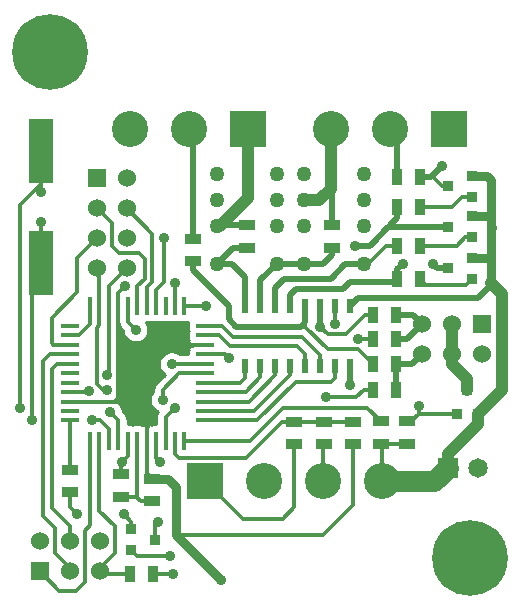
<source format=gtl>
G04 #@! TF.GenerationSoftware,KiCad,Pcbnew,(5.1.5)-3*
G04 #@! TF.CreationDate,2021-08-30T19:46:02+02:00*
G04 #@! TF.ProjectId,wa2,7761322e-6b69-4636-9164-5f7063625858,0428 -*
G04 #@! TF.SameCoordinates,Original*
G04 #@! TF.FileFunction,Copper,L1,Top*
G04 #@! TF.FilePolarity,Positive*
%FSLAX46Y46*%
G04 Gerber Fmt 4.6, Leading zero omitted, Abs format (unit mm)*
G04 Created by KiCad (PCBNEW (5.1.5)-3) date 2021-08-30 19:46:02*
%MOMM*%
%LPD*%
G04 APERTURE LIST*
%ADD10C,6.400800*%
%ADD11R,1.397000X0.889000*%
%ADD12R,1.651000X1.651000*%
%ADD13C,1.651000*%
%ADD14C,3.048000*%
%ADD15R,3.048000X3.048000*%
%ADD16R,1.524000X1.524000*%
%ADD17C,1.524000*%
%ADD18R,0.914400X0.914400*%
%ADD19R,0.889000X1.397000*%
%ADD20C,1.270000*%
%ADD21R,0.508000X1.143000*%
%ADD22R,0.406400X1.524000*%
%ADD23R,1.524000X0.406400*%
%ADD24R,1.998980X5.499100*%
%ADD25C,0.889000*%
%ADD26C,0.304800*%
%ADD27C,0.762000*%
%ADD28C,0.508000*%
%ADD29C,1.016000*%
%ADD30C,1.778000*%
%ADD31C,0.254000*%
G04 APERTURE END LIST*
D10*
X156083000Y-120777000D03*
X120523000Y-77978000D03*
D11*
X126492000Y-115633500D03*
X126492000Y-113728500D03*
D12*
X154178000Y-113157000D03*
D13*
X156718000Y-113157000D03*
D14*
X144264380Y-84455000D03*
D15*
X154264360Y-84455000D03*
D14*
X149265640Y-84455000D03*
X132247640Y-84455000D03*
D15*
X137246360Y-84455000D03*
D14*
X127246380Y-84455000D03*
X148643340Y-114300000D03*
X138643360Y-114300000D03*
D15*
X133644640Y-114300000D03*
D14*
X143644620Y-114300000D03*
D16*
X119634000Y-121920000D03*
D17*
X119634000Y-119380000D03*
X122174000Y-121920000D03*
X122174000Y-119380000D03*
X124714000Y-121920000D03*
X124714000Y-119380000D03*
D11*
X129159000Y-114109500D03*
X129159000Y-116014500D03*
D17*
X152019000Y-103505000D03*
X152019000Y-100965000D03*
X154559000Y-103505000D03*
X154559000Y-100965000D03*
X157099000Y-103505000D03*
D16*
X157099000Y-100965000D03*
X124460000Y-88646000D03*
D17*
X127000000Y-88646000D03*
X124460000Y-91186000D03*
X127000000Y-91186000D03*
X124460000Y-93726000D03*
X127000000Y-93726000D03*
X124460000Y-96266000D03*
X127000000Y-96266000D03*
D18*
X156718000Y-108585000D03*
X154940000Y-108585000D03*
X155829000Y-106553000D03*
X154241500Y-89344500D03*
X156273500Y-90233500D03*
X156273500Y-88455500D03*
X156210000Y-95377000D03*
X156210000Y-97155000D03*
X154178000Y-96266000D03*
X156273500Y-91884500D03*
X156273500Y-93662500D03*
X154241500Y-92773500D03*
X129413000Y-119253000D03*
X127381000Y-118364000D03*
X127381000Y-120142000D03*
D11*
X150700000Y-109247500D03*
X150700000Y-111152500D03*
D19*
X151828500Y-91059000D03*
X149923500Y-91059000D03*
X149923500Y-97155000D03*
X151828500Y-97155000D03*
X149923500Y-94361000D03*
X151828500Y-94361000D03*
X149796500Y-102235000D03*
X147891500Y-102235000D03*
X149796500Y-100203000D03*
X147891500Y-100203000D03*
X147891500Y-106553000D03*
X149796500Y-106553000D03*
X147891500Y-104394000D03*
X149796500Y-104394000D03*
D11*
X132588000Y-93789500D03*
X132588000Y-95694500D03*
D19*
X151828500Y-88519000D03*
X149923500Y-88519000D03*
D11*
X144399000Y-92646500D03*
X144399000Y-94551500D03*
X137160000Y-94551500D03*
X137160000Y-92646500D03*
X146158000Y-109283500D03*
X146158000Y-111188500D03*
X141205000Y-111188500D03*
X141205000Y-109283500D03*
X122174000Y-115252500D03*
X122174000Y-113347500D03*
X143745000Y-111188500D03*
X143745000Y-109283500D03*
X148500000Y-109247500D03*
X148500000Y-111152500D03*
D19*
X127317500Y-122174000D03*
X129222500Y-122174000D03*
D20*
X147066000Y-95910400D03*
X141986000Y-95910400D03*
X147066000Y-92710000D03*
X147066000Y-90510360D03*
X147066000Y-88310720D03*
X141986000Y-92710000D03*
X141986000Y-90510360D03*
X141986000Y-88310720D03*
X134620000Y-88310720D03*
X134620000Y-90510360D03*
X134620000Y-92710000D03*
X139700000Y-88310720D03*
X139700000Y-90510360D03*
X139700000Y-92710000D03*
X134620000Y-95910400D03*
X139700000Y-95910400D03*
D21*
X137033000Y-104521000D03*
X138303000Y-104521000D03*
X139573000Y-104521000D03*
X140843000Y-104521000D03*
X142113000Y-104521000D03*
X143383000Y-104521000D03*
X144653000Y-104521000D03*
X145923000Y-104521000D03*
X145923000Y-99441000D03*
X144653000Y-99441000D03*
X143383000Y-99441000D03*
X142113000Y-99441000D03*
X140843000Y-99441000D03*
X139573000Y-99441000D03*
X138303000Y-99441000D03*
X137033000Y-99441000D03*
D22*
X127889000Y-110871000D03*
X128689100Y-110871000D03*
X129489200Y-110871000D03*
X130289300Y-110871000D03*
X131089400Y-110871000D03*
X131889500Y-110871000D03*
X127088900Y-110871000D03*
X126288800Y-110871000D03*
X125488700Y-110871000D03*
X124688600Y-110871000D03*
X123888500Y-110871000D03*
X127889000Y-99441000D03*
X128689100Y-99441000D03*
X129489200Y-99441000D03*
X130289300Y-99441000D03*
X131089400Y-99441000D03*
X131889500Y-99441000D03*
X127088900Y-99441000D03*
X126288800Y-99441000D03*
X125488700Y-99441000D03*
X124688600Y-99441000D03*
X123888500Y-99441000D03*
D23*
X133604000Y-105156000D03*
X122174000Y-105156000D03*
X133604000Y-104355900D03*
X122174000Y-104355900D03*
X122174000Y-103555800D03*
X133604000Y-103555800D03*
X133604000Y-102755700D03*
X122174000Y-102755700D03*
X122174000Y-101955600D03*
X133604000Y-101955600D03*
X133604000Y-101155500D03*
X122174000Y-101155500D03*
X122174000Y-105956100D03*
X133604000Y-105956100D03*
X133604000Y-106756200D03*
X122174000Y-106756200D03*
X122174000Y-107556300D03*
X133604000Y-107556300D03*
X133604000Y-108356400D03*
X122174000Y-108356400D03*
X122174000Y-109156500D03*
X133604000Y-109156500D03*
D24*
X119761000Y-86309200D03*
X119761000Y-95808800D03*
D25*
X130937000Y-122174000D03*
X129413000Y-102362000D03*
X127000000Y-103378000D03*
X130810000Y-102997000D03*
X126873000Y-97790000D03*
X135001000Y-122682000D03*
X153670000Y-87630000D03*
X152908000Y-95885000D03*
X146304000Y-94361000D03*
X150368000Y-95885000D03*
X126619000Y-112649000D03*
X135636000Y-103886000D03*
X145923000Y-106172000D03*
X127762000Y-101473000D03*
X130683000Y-120650000D03*
X123825000Y-106680000D03*
X130048000Y-107442000D03*
X125349000Y-106553000D03*
X129794000Y-112649000D03*
X130810000Y-104394000D03*
X125349000Y-105283000D03*
X131064000Y-108077000D03*
X130175000Y-93726000D03*
X146558000Y-102235000D03*
X133731000Y-99441000D03*
X131064000Y-97536000D03*
X143891000Y-107188000D03*
X157900000Y-92900000D03*
X117983000Y-108077000D03*
X119761000Y-89789000D03*
X125603000Y-108458000D03*
X124079000Y-109093000D03*
X119761000Y-92329000D03*
X118999000Y-109093000D03*
X129667000Y-117729000D03*
X151765000Y-107950000D03*
X144653000Y-100965000D03*
X122809000Y-117094000D03*
X126746000Y-117094000D03*
X143383000Y-101219000D03*
D26*
X146158000Y-111188500D02*
X146158000Y-116342000D01*
X143628000Y-118872000D02*
X131191000Y-118872000D01*
X146158000Y-116342000D02*
X143628000Y-118872000D01*
D27*
X131191000Y-114808000D02*
X131191000Y-118872000D01*
X130492500Y-114109500D02*
X131191000Y-114808000D01*
D26*
X129413000Y-102362000D02*
X129413000Y-102755700D01*
X129222500Y-122174000D02*
X130937000Y-122174000D01*
X128689100Y-108115100D02*
X128130300Y-107556300D01*
X133604000Y-102755700D02*
X129413000Y-102755700D01*
X129413000Y-102755700D02*
X126288800Y-102755700D01*
X126288800Y-99441000D02*
X126288800Y-102755700D01*
X129159000Y-114109500D02*
X128689100Y-113639600D01*
X128689100Y-113639600D02*
X128689100Y-110871000D01*
X128689100Y-110871000D02*
X128689100Y-108115100D01*
X128130300Y-107556300D02*
X126288800Y-107556300D01*
X126288800Y-107556300D02*
X122174000Y-107556300D01*
X126288800Y-99441000D02*
X126288800Y-98374200D01*
X126288800Y-102755700D02*
X126288800Y-107556300D01*
X126288800Y-98374200D02*
X126873000Y-97790000D01*
D27*
X129159000Y-114109500D02*
X130492500Y-114109500D01*
X131191000Y-118872000D02*
X135001000Y-122682000D01*
D28*
X139573000Y-99441000D02*
X139573000Y-97917000D01*
X139573000Y-97917000D02*
X140335000Y-97155000D01*
D26*
X153733500Y-89344500D02*
X152908000Y-88519000D01*
X147421600Y-95910400D02*
X148971000Y-94361000D01*
D28*
X144272000Y-97155000D02*
X145516600Y-95910400D01*
D26*
X148971000Y-94361000D02*
X149923500Y-94361000D01*
D28*
X152781000Y-88519000D02*
X151828500Y-88519000D01*
D26*
X147066000Y-95910400D02*
X147421600Y-95910400D01*
X154241500Y-89344500D02*
X153733500Y-89344500D01*
D28*
X140335000Y-97155000D02*
X144272000Y-97155000D01*
D26*
X152908000Y-88519000D02*
X151828500Y-88519000D01*
D28*
X153670000Y-87630000D02*
X152781000Y-88519000D01*
X145516600Y-95910400D02*
X147066000Y-95910400D01*
X141986000Y-95910400D02*
X143611600Y-95910400D01*
X139700000Y-95910400D02*
X141986000Y-95910400D01*
X144399000Y-95123000D02*
X144399000Y-94551500D01*
X152908000Y-95885000D02*
X153289000Y-96266000D01*
X153289000Y-96266000D02*
X154178000Y-96266000D01*
X138303000Y-97307400D02*
X139700000Y-95910400D01*
X138303000Y-99441000D02*
X138303000Y-97307400D01*
X143611600Y-95910400D02*
X144399000Y-95123000D01*
X154241500Y-92773500D02*
X149161500Y-92773500D01*
X137033000Y-99441000D02*
X137033000Y-97028000D01*
X147574000Y-94361000D02*
X149923500Y-92011500D01*
X137033000Y-97028000D02*
X135915400Y-95910400D01*
X135978900Y-94551500D02*
X134620000Y-95910400D01*
X135915400Y-95910400D02*
X134620000Y-95910400D01*
X149161500Y-92773500D02*
X147574000Y-94361000D01*
X137160000Y-94551500D02*
X135978900Y-94551500D01*
X146304000Y-94361000D02*
X147574000Y-94361000D01*
X149923500Y-92011500D02*
X149923500Y-91059000D01*
X149923500Y-96329500D02*
X150368000Y-95885000D01*
X149923500Y-97155000D02*
X149923500Y-96329500D01*
X140843000Y-98557080D02*
X141356080Y-98044000D01*
X145288000Y-98044000D02*
X145923000Y-97409000D01*
X140843000Y-99441000D02*
X140843000Y-98557080D01*
X145923000Y-97409000D02*
X149669500Y-97409000D01*
X141356080Y-98044000D02*
X145288000Y-98044000D01*
X149669500Y-97409000D02*
X149923500Y-97155000D01*
D29*
X143296640Y-90510360D02*
X144264380Y-89542620D01*
D28*
X144399000Y-89677240D02*
X144264380Y-89542620D01*
D29*
X141986000Y-90510360D02*
X143296640Y-90510360D01*
D28*
X144399000Y-92646500D02*
X144399000Y-89677240D01*
D29*
X144264380Y-89542620D02*
X144264380Y-84455000D01*
D28*
X149923500Y-85112860D02*
X149265640Y-84455000D01*
X149923500Y-88519000D02*
X149923500Y-85112860D01*
D29*
X137246360Y-90337640D02*
X137246360Y-84455000D01*
X134620000Y-92710000D02*
X134874000Y-92710000D01*
D28*
X134683500Y-92646500D02*
X134620000Y-92710000D01*
D29*
X134874000Y-92710000D02*
X137246360Y-90337640D01*
D28*
X137160000Y-92646500D02*
X134683500Y-92646500D01*
X132588000Y-84795360D02*
X132247640Y-84455000D01*
X132588000Y-93789500D02*
X132588000Y-84795360D01*
D26*
X141205000Y-109283500D02*
X140116500Y-109283500D01*
X131089400Y-111989400D02*
X131089400Y-110871000D01*
X131400000Y-112300000D02*
X131089400Y-111989400D01*
X137100000Y-112300000D02*
X131400000Y-112300000D01*
X140116500Y-109283500D02*
X137100000Y-112300000D01*
X143745000Y-109283500D02*
X146158000Y-109283500D01*
X141205000Y-109283500D02*
X143745000Y-109283500D01*
X122174000Y-113347500D02*
X122174000Y-109156500D01*
X120650000Y-116586000D02*
X120650000Y-104775000D01*
X122174000Y-118110000D02*
X120650000Y-116586000D01*
X122174000Y-119380000D02*
X122174000Y-118110000D01*
X120650000Y-104775000D02*
X121069100Y-104355900D01*
X121069100Y-104355900D02*
X122174000Y-104355900D01*
X120904000Y-120396000D02*
X120904000Y-118237000D01*
X120904000Y-118237000D02*
X119888000Y-117221000D01*
X122174000Y-121666000D02*
X120904000Y-120396000D01*
X119888000Y-104140000D02*
X120472200Y-103555800D01*
X119888000Y-117221000D02*
X119888000Y-104140000D01*
X122174000Y-121920000D02*
X122174000Y-121666000D01*
X120472200Y-103555800D02*
X122174000Y-103555800D01*
X143644620Y-114300000D02*
X143644620Y-111288880D01*
X143644620Y-111288880D02*
X143745000Y-111188500D01*
X126492000Y-113728500D02*
X126492000Y-112776000D01*
X135305800Y-103555800D02*
X135636000Y-103886000D01*
X127088900Y-112179100D02*
X127088900Y-110871000D01*
X127088900Y-99441000D02*
X127088900Y-100799900D01*
X127889000Y-120650000D02*
X130683000Y-120650000D01*
X123748800Y-106756200D02*
X123825000Y-106680000D01*
X133604000Y-103555800D02*
X135305800Y-103555800D01*
D28*
X145923000Y-104521000D02*
X145923000Y-106172000D01*
D26*
X122174000Y-106756200D02*
X123748800Y-106756200D01*
X127088900Y-100799900D02*
X127762000Y-101473000D01*
X126492000Y-112776000D02*
X126619000Y-112649000D01*
X127088900Y-112179100D02*
X126619000Y-112649000D01*
X127381000Y-120142000D02*
X127889000Y-120650000D01*
X130048000Y-107442000D02*
X130048000Y-106553000D01*
X130048000Y-106553000D02*
X131445000Y-105156000D01*
X131445000Y-105156000D02*
X133604000Y-105156000D01*
X124460000Y-106045000D02*
X124460000Y-101346000D01*
X124688600Y-96494600D02*
X124460000Y-96266000D01*
X124460000Y-101346000D02*
X124688600Y-101117400D01*
X124968000Y-106553000D02*
X124460000Y-106045000D01*
X124688600Y-99441000D02*
X124688600Y-96494600D01*
X125349000Y-106553000D02*
X124968000Y-106553000D01*
X124688600Y-101117400D02*
X124688600Y-99441000D01*
X126365000Y-94996000D02*
X128016000Y-94996000D01*
X125730000Y-94361000D02*
X126365000Y-94996000D01*
X128524000Y-95504000D02*
X128524000Y-97155000D01*
X128016000Y-94996000D02*
X128524000Y-95504000D01*
X124460000Y-91186000D02*
X125730000Y-92456000D01*
X125730000Y-92456000D02*
X125730000Y-94361000D01*
X128524000Y-97155000D02*
X127889000Y-97790000D01*
X127889000Y-97790000D02*
X127889000Y-99441000D01*
X129489200Y-112344200D02*
X129794000Y-112649000D01*
X129489200Y-110871000D02*
X129489200Y-112344200D01*
X120789700Y-102755700D02*
X120650000Y-102616000D01*
X122174000Y-102755700D02*
X120789700Y-102755700D01*
X122809000Y-98298000D02*
X122809000Y-95377000D01*
X120650000Y-102616000D02*
X120650000Y-100457000D01*
X122809000Y-95377000D02*
X124460000Y-93726000D01*
X120650000Y-100457000D02*
X122809000Y-98298000D01*
X130848100Y-104355900D02*
X130810000Y-104394000D01*
X133604000Y-104355900D02*
X130848100Y-104355900D01*
X125488700Y-105143300D02*
X125488700Y-99441000D01*
X125488700Y-97777300D02*
X127000000Y-96266000D01*
X125488700Y-99441000D02*
X125488700Y-97777300D01*
X125349000Y-105283000D02*
X125488700Y-105143300D01*
X129159000Y-93345000D02*
X127000000Y-91186000D01*
X128689100Y-97878900D02*
X129159000Y-97409000D01*
X129159000Y-97409000D02*
X129159000Y-93345000D01*
X128689100Y-99441000D02*
X128689100Y-97878900D01*
X130289300Y-110871000D02*
X130289300Y-108851700D01*
X130289300Y-108851700D02*
X131064000Y-108077000D01*
X130175000Y-97409000D02*
X130175000Y-93726000D01*
X129489200Y-99441000D02*
X129489200Y-98094800D01*
X129489200Y-98094800D02*
X130175000Y-97409000D01*
X139573000Y-105345000D02*
X139573000Y-104521000D01*
X137361700Y-107556300D02*
X139573000Y-105345000D01*
X133604000Y-107556300D02*
X137361700Y-107556300D01*
X137064800Y-106756200D02*
X138303000Y-105518000D01*
X138303000Y-105518000D02*
X138303000Y-104521000D01*
X133604000Y-106756200D02*
X137064800Y-106756200D01*
X136613900Y-105956100D02*
X137033000Y-105537000D01*
X133604000Y-105956100D02*
X136613900Y-105956100D01*
X137033000Y-105537000D02*
X137033000Y-104521000D01*
X137804600Y-108356400D02*
X140843000Y-105318000D01*
X140843000Y-105318000D02*
X140843000Y-104521000D01*
X133604000Y-108356400D02*
X137804600Y-108356400D01*
X131889500Y-99441000D02*
X133731000Y-99441000D01*
X146558000Y-102235000D02*
X147891500Y-102235000D01*
X135064500Y-101155500D02*
X135990000Y-102081000D01*
X133604000Y-101155500D02*
X135064500Y-101155500D01*
X143383000Y-103632000D02*
X143383000Y-104521000D01*
X135990000Y-102081000D02*
X141832000Y-102081000D01*
X141832000Y-102081000D02*
X143383000Y-103632000D01*
X131089400Y-97561400D02*
X131089400Y-99441000D01*
X146431000Y-107188000D02*
X143891000Y-107188000D01*
X147891500Y-106553000D02*
X147066000Y-106553000D01*
X147066000Y-106553000D02*
X146431000Y-107188000D01*
X131064000Y-97536000D02*
X131089400Y-97561400D01*
X133604000Y-101955600D02*
X134848600Y-101955600D01*
X134848600Y-101955600D02*
X135709000Y-102816000D01*
X142113000Y-103505000D02*
X142113000Y-104521000D01*
X141424000Y-102816000D02*
X142113000Y-103505000D01*
X135709000Y-102816000D02*
X141424000Y-102816000D01*
X141313000Y-105918000D02*
X144272000Y-105918000D01*
X144272000Y-105918000D02*
X144653000Y-105537000D01*
X144653000Y-105537000D02*
X144653000Y-104521000D01*
X138074500Y-109156500D02*
X141313000Y-105918000D01*
X133604000Y-109156500D02*
X138074500Y-109156500D01*
D29*
X154178000Y-113157000D02*
X154178000Y-112022000D01*
X156718000Y-109482000D02*
X156718000Y-108585000D01*
X154178000Y-112022000D02*
X156718000Y-109482000D01*
D30*
X148643340Y-114300000D02*
X153035000Y-114300000D01*
X153035000Y-114300000D02*
X154178000Y-113157000D01*
D26*
X150700000Y-111152500D02*
X148500000Y-111152500D01*
X148643340Y-114300000D02*
X148643340Y-111295840D01*
X148643340Y-111295840D02*
X148500000Y-111152500D01*
D28*
X157900000Y-91923500D02*
X157861000Y-91884500D01*
X157900000Y-92900000D02*
X157900000Y-91923500D01*
X156718000Y-98806000D02*
X157861000Y-97663000D01*
D27*
X157543500Y-88455500D02*
X157861000Y-88773000D01*
X157861000Y-97536000D02*
X157861000Y-95250000D01*
X157861000Y-97663000D02*
X157861000Y-97536000D01*
D28*
X146558000Y-98806000D02*
X156718000Y-98806000D01*
X145923000Y-99441000D02*
X146558000Y-98806000D01*
D29*
X158750000Y-106553000D02*
X158750000Y-98425000D01*
X156718000Y-108585000D02*
X158750000Y-106553000D01*
X158750000Y-98425000D02*
X157861000Y-97536000D01*
D27*
X157861000Y-91884500D02*
X157861000Y-95250000D01*
X157861000Y-88773000D02*
X157861000Y-91884500D01*
X156273500Y-88455500D02*
X157543500Y-88455500D01*
X156210000Y-95377000D02*
X157734000Y-95377000D01*
X157734000Y-95377000D02*
X157861000Y-95250000D01*
X156273500Y-91884500D02*
X157861000Y-91884500D01*
D26*
X126492000Y-115633500D02*
X127825500Y-115633500D01*
X127889000Y-114935000D02*
X127889000Y-115697000D01*
X127889000Y-110871000D02*
X127889000Y-114935000D01*
X127889000Y-115697000D02*
X128206500Y-116014500D01*
X127825500Y-115633500D02*
X127889000Y-115697000D01*
X128206500Y-116014500D02*
X129159000Y-116014500D01*
X119761000Y-89154000D02*
X119761000Y-86309200D01*
X126288800Y-110871000D02*
X126288800Y-109143800D01*
X126288800Y-109143800D02*
X125603000Y-108458000D01*
X117983000Y-108077000D02*
X117983000Y-90932000D01*
X119761000Y-89154000D02*
X119761000Y-89789000D01*
X117983000Y-90932000D02*
X119761000Y-89154000D01*
X118999000Y-96570800D02*
X119761000Y-95808800D01*
X118999000Y-109093000D02*
X118999000Y-96570800D01*
X125488700Y-110871000D02*
X125488700Y-109867700D01*
X125488700Y-109867700D02*
X124714000Y-109093000D01*
X124714000Y-109093000D02*
X124079000Y-109093000D01*
X119761000Y-95808800D02*
X119761000Y-92329000D01*
X133644640Y-114300000D02*
X136844640Y-117500000D01*
X141200000Y-111193500D02*
X141205000Y-111188500D01*
X141200000Y-116500000D02*
X141200000Y-111193500D01*
X140200000Y-117500000D02*
X141200000Y-116500000D01*
X136844640Y-117500000D02*
X140200000Y-117500000D01*
X129413000Y-119253000D02*
X129413000Y-117983000D01*
X129413000Y-117983000D02*
X129667000Y-117729000D01*
X122682000Y-123571000D02*
X123444000Y-122809000D01*
X123444000Y-122809000D02*
X123444000Y-118491000D01*
X121285000Y-123571000D02*
X122682000Y-123571000D01*
X123444000Y-118491000D02*
X123888500Y-118046500D01*
X119634000Y-121920000D02*
X121285000Y-123571000D01*
X123888500Y-118046500D02*
X123888500Y-110871000D01*
X124714000Y-121666000D02*
X125984000Y-120396000D01*
X125984000Y-118110000D02*
X124688600Y-116814600D01*
X124688600Y-116814600D02*
X124688600Y-110871000D01*
X124714000Y-121920000D02*
X124714000Y-121666000D01*
X125984000Y-120396000D02*
X125984000Y-118110000D01*
X124968000Y-122174000D02*
X124714000Y-121920000D01*
X127317500Y-122174000D02*
X124968000Y-122174000D01*
D29*
X154559000Y-104394000D02*
X154559000Y-103505000D01*
X154559000Y-103505000D02*
X154559000Y-100965000D01*
X155829000Y-105664000D02*
X154559000Y-104394000D01*
X155829000Y-106553000D02*
X155829000Y-105664000D01*
D28*
X149796500Y-102235000D02*
X150749000Y-102235000D01*
X150749000Y-102235000D02*
X152019000Y-100965000D01*
X151257000Y-100203000D02*
X152019000Y-100965000D01*
X149796500Y-100203000D02*
X151257000Y-100203000D01*
X151130000Y-104394000D02*
X152019000Y-103505000D01*
X149796500Y-106553000D02*
X149796500Y-104394000D01*
X149796500Y-104394000D02*
X151130000Y-104394000D01*
D26*
X150700000Y-109247500D02*
X151102500Y-109247500D01*
X151102500Y-109247500D02*
X151765000Y-108585000D01*
X144653000Y-100965000D02*
X144653000Y-99441000D01*
X151765000Y-108585000D02*
X154940000Y-108585000D01*
X151765000Y-108585000D02*
X151765000Y-107950000D01*
X155384500Y-90233500D02*
X156273500Y-90233500D01*
X151828500Y-91059000D02*
X154559000Y-91059000D01*
X154559000Y-91059000D02*
X155384500Y-90233500D01*
X155702000Y-97663000D02*
X156210000Y-97155000D01*
X151828500Y-97155000D02*
X152336500Y-97663000D01*
X152336500Y-97663000D02*
X155702000Y-97663000D01*
X155638500Y-93662500D02*
X156273500Y-93662500D01*
X154940000Y-94361000D02*
X155638500Y-93662500D01*
X151828500Y-94361000D02*
X154178000Y-94361000D01*
X154178000Y-94361000D02*
X154940000Y-94361000D01*
X127381000Y-117729000D02*
X126746000Y-117094000D01*
X122174000Y-116459000D02*
X122174000Y-115252500D01*
X122809000Y-117094000D02*
X122174000Y-116459000D01*
X127381000Y-118364000D02*
X127381000Y-117729000D01*
X147891500Y-100203000D02*
X147193000Y-100203000D01*
X147193000Y-100203000D02*
X145542000Y-101854000D01*
X145542000Y-101854000D02*
X144018000Y-101854000D01*
D28*
X143383000Y-99441000D02*
X143383000Y-101219000D01*
D26*
X144018000Y-101854000D02*
X143383000Y-101219000D01*
D28*
X135636000Y-100584000D02*
X136271000Y-101219000D01*
D26*
X147891500Y-104394000D02*
X146621500Y-103124000D01*
X146621500Y-103124000D02*
X144018000Y-103124000D01*
X144018000Y-103124000D02*
X142113000Y-101219000D01*
D28*
X142113000Y-100838000D02*
X142113000Y-99441000D01*
X136271000Y-101219000D02*
X141732000Y-101219000D01*
D26*
X142113000Y-101219000D02*
X142113000Y-99441000D01*
D28*
X135636000Y-99441000D02*
X135636000Y-100584000D01*
X132588000Y-96393000D02*
X135636000Y-99441000D01*
X141732000Y-101219000D02*
X142113000Y-100838000D01*
X132588000Y-95694500D02*
X132588000Y-96393000D01*
D26*
X148500000Y-109247500D02*
X147352500Y-108100000D01*
X137429000Y-110871000D02*
X131889500Y-110871000D01*
X140200000Y-108100000D02*
X137429000Y-110871000D01*
X147352500Y-108100000D02*
X140200000Y-108100000D01*
X122174000Y-101955600D02*
X122961400Y-101955600D01*
X123888500Y-101028500D02*
X123888500Y-99441000D01*
X122961400Y-101955600D02*
X123888500Y-101028500D01*
D31*
G36*
X126296198Y-100447180D02*
G01*
X126301501Y-100457101D01*
X126301501Y-100761228D01*
X126297692Y-100799900D01*
X126312895Y-100954257D01*
X126357918Y-101102682D01*
X126421623Y-101221863D01*
X126431035Y-101239472D01*
X126529432Y-101359369D01*
X126559472Y-101384022D01*
X126682500Y-101507050D01*
X126682500Y-101579321D01*
X126723985Y-101787878D01*
X126805360Y-101984335D01*
X126923498Y-102161141D01*
X127073859Y-102311502D01*
X127250665Y-102429640D01*
X127447122Y-102511015D01*
X127655679Y-102552500D01*
X127868321Y-102552500D01*
X128076878Y-102511015D01*
X128273335Y-102429640D01*
X128450141Y-102311502D01*
X128600502Y-102161141D01*
X128718640Y-101984335D01*
X128800015Y-101787878D01*
X128841500Y-101579321D01*
X128841500Y-101366679D01*
X128800015Y-101158122D01*
X128718640Y-100961665D01*
X128638062Y-100841072D01*
X128892300Y-100841072D01*
X129016782Y-100828812D01*
X129089150Y-100806859D01*
X129161518Y-100828812D01*
X129286000Y-100841072D01*
X129692400Y-100841072D01*
X129816882Y-100828812D01*
X129889250Y-100806859D01*
X129961618Y-100828812D01*
X130086100Y-100841072D01*
X130492500Y-100841072D01*
X130616982Y-100828812D01*
X130689350Y-100806859D01*
X130761718Y-100828812D01*
X130886200Y-100841072D01*
X131292600Y-100841072D01*
X131417082Y-100828812D01*
X131489450Y-100806859D01*
X131561818Y-100828812D01*
X131686300Y-100841072D01*
X132092700Y-100841072D01*
X132216079Y-100828921D01*
X132203928Y-100952300D01*
X132203928Y-101358700D01*
X132216188Y-101483182D01*
X132238141Y-101555550D01*
X132216188Y-101627918D01*
X132203928Y-101752400D01*
X132203928Y-102158800D01*
X132216188Y-102283282D01*
X132238204Y-102355860D01*
X132218086Y-102418830D01*
X132207000Y-102520750D01*
X132365750Y-102679500D01*
X132475520Y-102679500D01*
X132487506Y-102689337D01*
X132597820Y-102748302D01*
X132622208Y-102755700D01*
X132597820Y-102763098D01*
X132487506Y-102822063D01*
X132475520Y-102831900D01*
X132365750Y-102831900D01*
X132207000Y-102990650D01*
X132218086Y-103092570D01*
X132238204Y-103155540D01*
X132216188Y-103228118D01*
X132203928Y-103352600D01*
X132203928Y-103568500D01*
X131511143Y-103568500D01*
X131498141Y-103555498D01*
X131321335Y-103437360D01*
X131124878Y-103355985D01*
X130916321Y-103314500D01*
X130703679Y-103314500D01*
X130495122Y-103355985D01*
X130298665Y-103437360D01*
X130121859Y-103555498D01*
X129971498Y-103705859D01*
X129853360Y-103882665D01*
X129771985Y-104079122D01*
X129730500Y-104287679D01*
X129730500Y-104500321D01*
X129771985Y-104708878D01*
X129853360Y-104905335D01*
X129971498Y-105082141D01*
X130121859Y-105232502D01*
X130201639Y-105285810D01*
X129518573Y-105968877D01*
X129488532Y-105993531D01*
X129434799Y-106059005D01*
X129390135Y-106113428D01*
X129317018Y-106250218D01*
X129295543Y-106321015D01*
X129271995Y-106398643D01*
X129260600Y-106514327D01*
X129260600Y-106514337D01*
X129256792Y-106553000D01*
X129260600Y-106591663D01*
X129260600Y-106702757D01*
X129209498Y-106753859D01*
X129091360Y-106930665D01*
X129009985Y-107127122D01*
X128968500Y-107335679D01*
X128968500Y-107548321D01*
X129009985Y-107756878D01*
X129091360Y-107953335D01*
X129209498Y-108130141D01*
X129359859Y-108280502D01*
X129536665Y-108398640D01*
X129620159Y-108433224D01*
X129558318Y-108548918D01*
X129513295Y-108697343D01*
X129498092Y-108851700D01*
X129501901Y-108890373D01*
X129501901Y-109470928D01*
X129286000Y-109470928D01*
X129161518Y-109483188D01*
X129088940Y-109505204D01*
X129025970Y-109485086D01*
X128924050Y-109474000D01*
X128765300Y-109632750D01*
X128765300Y-109742520D01*
X128755463Y-109754506D01*
X128696498Y-109864820D01*
X128689100Y-109889208D01*
X128681702Y-109864820D01*
X128622737Y-109754506D01*
X128612900Y-109742520D01*
X128612900Y-109632750D01*
X128454150Y-109474000D01*
X128352230Y-109485086D01*
X128289260Y-109505204D01*
X128216682Y-109483188D01*
X128092200Y-109470928D01*
X127685800Y-109470928D01*
X127561318Y-109483188D01*
X127488950Y-109505141D01*
X127416582Y-109483188D01*
X127292100Y-109470928D01*
X127076200Y-109470928D01*
X127076200Y-109182465D01*
X127080008Y-109143800D01*
X127076200Y-109105135D01*
X127076200Y-109105127D01*
X127064806Y-108989443D01*
X127019782Y-108841017D01*
X126946666Y-108704228D01*
X126930133Y-108684082D01*
X126872922Y-108614370D01*
X126872919Y-108614367D01*
X126848269Y-108584331D01*
X126818233Y-108559681D01*
X126682500Y-108423949D01*
X126682500Y-108351679D01*
X126641015Y-108143122D01*
X126559640Y-107946665D01*
X126441502Y-107769859D01*
X126291141Y-107619498D01*
X126114335Y-107501360D01*
X125965186Y-107439581D01*
X126037141Y-107391502D01*
X126187502Y-107241141D01*
X126305640Y-107064335D01*
X126387015Y-106867878D01*
X126428500Y-106659321D01*
X126428500Y-106446679D01*
X126387015Y-106238122D01*
X126305640Y-106041665D01*
X126223010Y-105918000D01*
X126305640Y-105794335D01*
X126387015Y-105597878D01*
X126428500Y-105389321D01*
X126428500Y-105176679D01*
X126387015Y-104968122D01*
X126305640Y-104771665D01*
X126276100Y-104727455D01*
X126276100Y-100457099D01*
X126281402Y-100447180D01*
X126288800Y-100422792D01*
X126296198Y-100447180D01*
G37*
X126296198Y-100447180D02*
X126301501Y-100457101D01*
X126301501Y-100761228D01*
X126297692Y-100799900D01*
X126312895Y-100954257D01*
X126357918Y-101102682D01*
X126421623Y-101221863D01*
X126431035Y-101239472D01*
X126529432Y-101359369D01*
X126559472Y-101384022D01*
X126682500Y-101507050D01*
X126682500Y-101579321D01*
X126723985Y-101787878D01*
X126805360Y-101984335D01*
X126923498Y-102161141D01*
X127073859Y-102311502D01*
X127250665Y-102429640D01*
X127447122Y-102511015D01*
X127655679Y-102552500D01*
X127868321Y-102552500D01*
X128076878Y-102511015D01*
X128273335Y-102429640D01*
X128450141Y-102311502D01*
X128600502Y-102161141D01*
X128718640Y-101984335D01*
X128800015Y-101787878D01*
X128841500Y-101579321D01*
X128841500Y-101366679D01*
X128800015Y-101158122D01*
X128718640Y-100961665D01*
X128638062Y-100841072D01*
X128892300Y-100841072D01*
X129016782Y-100828812D01*
X129089150Y-100806859D01*
X129161518Y-100828812D01*
X129286000Y-100841072D01*
X129692400Y-100841072D01*
X129816882Y-100828812D01*
X129889250Y-100806859D01*
X129961618Y-100828812D01*
X130086100Y-100841072D01*
X130492500Y-100841072D01*
X130616982Y-100828812D01*
X130689350Y-100806859D01*
X130761718Y-100828812D01*
X130886200Y-100841072D01*
X131292600Y-100841072D01*
X131417082Y-100828812D01*
X131489450Y-100806859D01*
X131561818Y-100828812D01*
X131686300Y-100841072D01*
X132092700Y-100841072D01*
X132216079Y-100828921D01*
X132203928Y-100952300D01*
X132203928Y-101358700D01*
X132216188Y-101483182D01*
X132238141Y-101555550D01*
X132216188Y-101627918D01*
X132203928Y-101752400D01*
X132203928Y-102158800D01*
X132216188Y-102283282D01*
X132238204Y-102355860D01*
X132218086Y-102418830D01*
X132207000Y-102520750D01*
X132365750Y-102679500D01*
X132475520Y-102679500D01*
X132487506Y-102689337D01*
X132597820Y-102748302D01*
X132622208Y-102755700D01*
X132597820Y-102763098D01*
X132487506Y-102822063D01*
X132475520Y-102831900D01*
X132365750Y-102831900D01*
X132207000Y-102990650D01*
X132218086Y-103092570D01*
X132238204Y-103155540D01*
X132216188Y-103228118D01*
X132203928Y-103352600D01*
X132203928Y-103568500D01*
X131511143Y-103568500D01*
X131498141Y-103555498D01*
X131321335Y-103437360D01*
X131124878Y-103355985D01*
X130916321Y-103314500D01*
X130703679Y-103314500D01*
X130495122Y-103355985D01*
X130298665Y-103437360D01*
X130121859Y-103555498D01*
X129971498Y-103705859D01*
X129853360Y-103882665D01*
X129771985Y-104079122D01*
X129730500Y-104287679D01*
X129730500Y-104500321D01*
X129771985Y-104708878D01*
X129853360Y-104905335D01*
X129971498Y-105082141D01*
X130121859Y-105232502D01*
X130201639Y-105285810D01*
X129518573Y-105968877D01*
X129488532Y-105993531D01*
X129434799Y-106059005D01*
X129390135Y-106113428D01*
X129317018Y-106250218D01*
X129295543Y-106321015D01*
X129271995Y-106398643D01*
X129260600Y-106514327D01*
X129260600Y-106514337D01*
X129256792Y-106553000D01*
X129260600Y-106591663D01*
X129260600Y-106702757D01*
X129209498Y-106753859D01*
X129091360Y-106930665D01*
X129009985Y-107127122D01*
X128968500Y-107335679D01*
X128968500Y-107548321D01*
X129009985Y-107756878D01*
X129091360Y-107953335D01*
X129209498Y-108130141D01*
X129359859Y-108280502D01*
X129536665Y-108398640D01*
X129620159Y-108433224D01*
X129558318Y-108548918D01*
X129513295Y-108697343D01*
X129498092Y-108851700D01*
X129501901Y-108890373D01*
X129501901Y-109470928D01*
X129286000Y-109470928D01*
X129161518Y-109483188D01*
X129088940Y-109505204D01*
X129025970Y-109485086D01*
X128924050Y-109474000D01*
X128765300Y-109632750D01*
X128765300Y-109742520D01*
X128755463Y-109754506D01*
X128696498Y-109864820D01*
X128689100Y-109889208D01*
X128681702Y-109864820D01*
X128622737Y-109754506D01*
X128612900Y-109742520D01*
X128612900Y-109632750D01*
X128454150Y-109474000D01*
X128352230Y-109485086D01*
X128289260Y-109505204D01*
X128216682Y-109483188D01*
X128092200Y-109470928D01*
X127685800Y-109470928D01*
X127561318Y-109483188D01*
X127488950Y-109505141D01*
X127416582Y-109483188D01*
X127292100Y-109470928D01*
X127076200Y-109470928D01*
X127076200Y-109182465D01*
X127080008Y-109143800D01*
X127076200Y-109105135D01*
X127076200Y-109105127D01*
X127064806Y-108989443D01*
X127019782Y-108841017D01*
X126946666Y-108704228D01*
X126930133Y-108684082D01*
X126872922Y-108614370D01*
X126872919Y-108614367D01*
X126848269Y-108584331D01*
X126818233Y-108559681D01*
X126682500Y-108423949D01*
X126682500Y-108351679D01*
X126641015Y-108143122D01*
X126559640Y-107946665D01*
X126441502Y-107769859D01*
X126291141Y-107619498D01*
X126114335Y-107501360D01*
X125965186Y-107439581D01*
X126037141Y-107391502D01*
X126187502Y-107241141D01*
X126305640Y-107064335D01*
X126387015Y-106867878D01*
X126428500Y-106659321D01*
X126428500Y-106446679D01*
X126387015Y-106238122D01*
X126305640Y-106041665D01*
X126223010Y-105918000D01*
X126305640Y-105794335D01*
X126387015Y-105597878D01*
X126428500Y-105389321D01*
X126428500Y-105176679D01*
X126387015Y-104968122D01*
X126305640Y-104771665D01*
X126276100Y-104727455D01*
X126276100Y-100457099D01*
X126281402Y-100447180D01*
X126288800Y-100422792D01*
X126296198Y-100447180D01*
M02*

</source>
